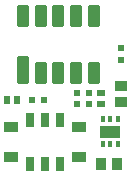
<source format=gtp>
G04*
G04 #@! TF.GenerationSoftware,Altium Limited,Altium Designer,24.4.1 (13)*
G04*
G04 Layer_Color=8421504*
%FSLAX44Y44*%
%MOMM*%
G71*
G04*
G04 #@! TF.SameCoordinates,28F1A65D-C94C-4449-B5D0-91F898947E48*
G04*
G04*
G04 #@! TF.FilePolarity,Positive*
G04*
G01*
G75*
%ADD15R,1.2500X0.8500*%
%ADD16R,0.6500X1.2500*%
G04:AMPARAMS|DCode=17|XSize=2.4mm|YSize=1.1mm|CornerRadius=0.275mm|HoleSize=0mm|Usage=FLASHONLY|Rotation=90.000|XOffset=0mm|YOffset=0mm|HoleType=Round|Shape=RoundedRectangle|*
%AMROUNDEDRECTD17*
21,1,2.4000,0.5500,0,0,90.0*
21,1,1.8500,1.1000,0,0,90.0*
1,1,0.5500,0.2750,0.9250*
1,1,0.5500,0.2750,-0.9250*
1,1,0.5500,-0.2750,-0.9250*
1,1,0.5500,-0.2750,0.9250*
%
%ADD17ROUNDEDRECTD17*%
G04:AMPARAMS|DCode=18|XSize=1.9mm|YSize=1.1mm|CornerRadius=0.275mm|HoleSize=0mm|Usage=FLASHONLY|Rotation=90.000|XOffset=0mm|YOffset=0mm|HoleType=Round|Shape=RoundedRectangle|*
%AMROUNDEDRECTD18*
21,1,1.9000,0.5500,0,0,90.0*
21,1,1.3500,1.1000,0,0,90.0*
1,1,0.5500,0.2750,0.6750*
1,1,0.5500,0.2750,-0.6750*
1,1,0.5500,-0.2750,-0.6750*
1,1,0.5500,-0.2750,0.6750*
%
%ADD18ROUNDEDRECTD18*%
%ADD19R,0.6000X0.6400*%
%ADD20R,0.6000X0.5000*%
%ADD21R,1.7000X1.1000*%
%ADD22R,0.3500X0.6000*%
%ADD23R,0.6400X0.6000*%
%ADD24R,0.9000X1.0000*%
%ADD25R,1.0000X0.9000*%
%ADD26R,0.5000X0.6000*%
D15*
X18250Y16300D02*
D03*
X75750D02*
D03*
Y41700D02*
D03*
X18250D02*
D03*
D16*
X34300Y10250D02*
D03*
X47000D02*
D03*
X59700D02*
D03*
Y47750D02*
D03*
X47000D02*
D03*
X34300D02*
D03*
D17*
X28000Y90500D02*
D03*
D18*
X43000Y88000D02*
D03*
X58000D02*
D03*
X73000D02*
D03*
X88000D02*
D03*
Y136000D02*
D03*
X73000D02*
D03*
X58000D02*
D03*
X43000D02*
D03*
X28000D02*
D03*
D19*
X23000Y65000D02*
D03*
X14200D02*
D03*
D20*
X74000Y71000D02*
D03*
Y61000D02*
D03*
X84000D02*
D03*
Y71000D02*
D03*
X111000Y99000D02*
D03*
Y109000D02*
D03*
D21*
X102000Y38000D02*
D03*
D22*
X108500Y27500D02*
D03*
X102000D02*
D03*
X95500D02*
D03*
Y48500D02*
D03*
X102000D02*
D03*
X108500D02*
D03*
D23*
X94000Y70400D02*
D03*
Y61600D02*
D03*
D24*
X94250Y11000D02*
D03*
X107750D02*
D03*
D25*
X111000Y76750D02*
D03*
Y63250D02*
D03*
D26*
X36000Y65000D02*
D03*
X46000D02*
D03*
M02*

</source>
